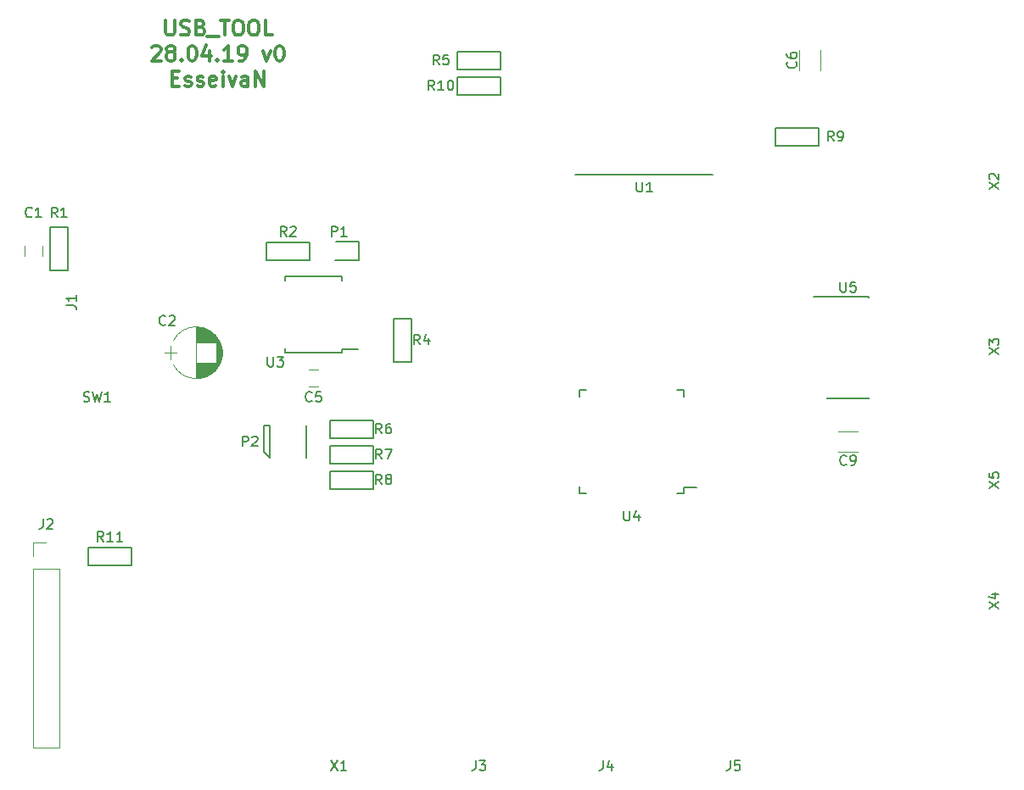
<source format=gbr>
G04 #@! TF.GenerationSoftware,KiCad,Pcbnew,(5.1.0)-1*
G04 #@! TF.CreationDate,2019-04-28T18:34:04+02:00*
G04 #@! TF.ProjectId,USB_Tool,5553425f-546f-46f6-9c2e-6b696361645f,0*
G04 #@! TF.SameCoordinates,Original*
G04 #@! TF.FileFunction,Legend,Top*
G04 #@! TF.FilePolarity,Positive*
%FSLAX46Y46*%
G04 Gerber Fmt 4.6, Leading zero omitted, Abs format (unit mm)*
G04 Created by KiCad (PCBNEW (5.1.0)-1) date 2019-04-28 18:34:04*
%MOMM*%
%LPD*%
G04 APERTURE LIST*
%ADD10C,0.300000*%
%ADD11C,0.150000*%
%ADD12C,0.120000*%
%ADD13C,0.304800*%
G04 APERTURE END LIST*
D10*
X71870714Y-42673571D02*
X71870714Y-43887857D01*
X71942142Y-44030714D01*
X72013571Y-44102142D01*
X72156428Y-44173571D01*
X72442142Y-44173571D01*
X72585000Y-44102142D01*
X72656428Y-44030714D01*
X72727857Y-43887857D01*
X72727857Y-42673571D01*
X73370714Y-44102142D02*
X73585000Y-44173571D01*
X73942142Y-44173571D01*
X74085000Y-44102142D01*
X74156428Y-44030714D01*
X74227857Y-43887857D01*
X74227857Y-43745000D01*
X74156428Y-43602142D01*
X74085000Y-43530714D01*
X73942142Y-43459285D01*
X73656428Y-43387857D01*
X73513571Y-43316428D01*
X73442142Y-43245000D01*
X73370714Y-43102142D01*
X73370714Y-42959285D01*
X73442142Y-42816428D01*
X73513571Y-42745000D01*
X73656428Y-42673571D01*
X74013571Y-42673571D01*
X74227857Y-42745000D01*
X75370714Y-43387857D02*
X75585000Y-43459285D01*
X75656428Y-43530714D01*
X75727857Y-43673571D01*
X75727857Y-43887857D01*
X75656428Y-44030714D01*
X75585000Y-44102142D01*
X75442142Y-44173571D01*
X74870714Y-44173571D01*
X74870714Y-42673571D01*
X75370714Y-42673571D01*
X75513571Y-42745000D01*
X75585000Y-42816428D01*
X75656428Y-42959285D01*
X75656428Y-43102142D01*
X75585000Y-43245000D01*
X75513571Y-43316428D01*
X75370714Y-43387857D01*
X74870714Y-43387857D01*
X76013571Y-44316428D02*
X77156428Y-44316428D01*
X77299285Y-42673571D02*
X78156428Y-42673571D01*
X77727857Y-44173571D02*
X77727857Y-42673571D01*
X78942142Y-42673571D02*
X79227857Y-42673571D01*
X79370714Y-42745000D01*
X79513571Y-42887857D01*
X79585000Y-43173571D01*
X79585000Y-43673571D01*
X79513571Y-43959285D01*
X79370714Y-44102142D01*
X79227857Y-44173571D01*
X78942142Y-44173571D01*
X78799285Y-44102142D01*
X78656428Y-43959285D01*
X78585000Y-43673571D01*
X78585000Y-43173571D01*
X78656428Y-42887857D01*
X78799285Y-42745000D01*
X78942142Y-42673571D01*
X80513571Y-42673571D02*
X80799285Y-42673571D01*
X80942142Y-42745000D01*
X81085000Y-42887857D01*
X81156428Y-43173571D01*
X81156428Y-43673571D01*
X81085000Y-43959285D01*
X80942142Y-44102142D01*
X80799285Y-44173571D01*
X80513571Y-44173571D01*
X80370714Y-44102142D01*
X80227857Y-43959285D01*
X80156428Y-43673571D01*
X80156428Y-43173571D01*
X80227857Y-42887857D01*
X80370714Y-42745000D01*
X80513571Y-42673571D01*
X82513571Y-44173571D02*
X81799285Y-44173571D01*
X81799285Y-42673571D01*
X70513571Y-45366428D02*
X70585000Y-45295000D01*
X70727857Y-45223571D01*
X71085000Y-45223571D01*
X71227857Y-45295000D01*
X71299285Y-45366428D01*
X71370714Y-45509285D01*
X71370714Y-45652142D01*
X71299285Y-45866428D01*
X70442142Y-46723571D01*
X71370714Y-46723571D01*
X72227857Y-45866428D02*
X72085000Y-45795000D01*
X72013571Y-45723571D01*
X71942142Y-45580714D01*
X71942142Y-45509285D01*
X72013571Y-45366428D01*
X72085000Y-45295000D01*
X72227857Y-45223571D01*
X72513571Y-45223571D01*
X72656428Y-45295000D01*
X72727857Y-45366428D01*
X72799285Y-45509285D01*
X72799285Y-45580714D01*
X72727857Y-45723571D01*
X72656428Y-45795000D01*
X72513571Y-45866428D01*
X72227857Y-45866428D01*
X72085000Y-45937857D01*
X72013571Y-46009285D01*
X71942142Y-46152142D01*
X71942142Y-46437857D01*
X72013571Y-46580714D01*
X72085000Y-46652142D01*
X72227857Y-46723571D01*
X72513571Y-46723571D01*
X72656428Y-46652142D01*
X72727857Y-46580714D01*
X72799285Y-46437857D01*
X72799285Y-46152142D01*
X72727857Y-46009285D01*
X72656428Y-45937857D01*
X72513571Y-45866428D01*
X73442142Y-46580714D02*
X73513571Y-46652142D01*
X73442142Y-46723571D01*
X73370714Y-46652142D01*
X73442142Y-46580714D01*
X73442142Y-46723571D01*
X74442142Y-45223571D02*
X74585000Y-45223571D01*
X74727857Y-45295000D01*
X74799285Y-45366428D01*
X74870714Y-45509285D01*
X74942142Y-45795000D01*
X74942142Y-46152142D01*
X74870714Y-46437857D01*
X74799285Y-46580714D01*
X74727857Y-46652142D01*
X74585000Y-46723571D01*
X74442142Y-46723571D01*
X74299285Y-46652142D01*
X74227857Y-46580714D01*
X74156428Y-46437857D01*
X74085000Y-46152142D01*
X74085000Y-45795000D01*
X74156428Y-45509285D01*
X74227857Y-45366428D01*
X74299285Y-45295000D01*
X74442142Y-45223571D01*
X76227857Y-45723571D02*
X76227857Y-46723571D01*
X75870714Y-45152142D02*
X75513571Y-46223571D01*
X76442142Y-46223571D01*
X77013571Y-46580714D02*
X77085000Y-46652142D01*
X77013571Y-46723571D01*
X76942142Y-46652142D01*
X77013571Y-46580714D01*
X77013571Y-46723571D01*
X78513571Y-46723571D02*
X77656428Y-46723571D01*
X78085000Y-46723571D02*
X78085000Y-45223571D01*
X77942142Y-45437857D01*
X77799285Y-45580714D01*
X77656428Y-45652142D01*
X79227857Y-46723571D02*
X79513571Y-46723571D01*
X79656428Y-46652142D01*
X79727857Y-46580714D01*
X79870714Y-46366428D01*
X79942142Y-46080714D01*
X79942142Y-45509285D01*
X79870714Y-45366428D01*
X79799285Y-45295000D01*
X79656428Y-45223571D01*
X79370714Y-45223571D01*
X79227857Y-45295000D01*
X79156428Y-45366428D01*
X79085000Y-45509285D01*
X79085000Y-45866428D01*
X79156428Y-46009285D01*
X79227857Y-46080714D01*
X79370714Y-46152142D01*
X79656428Y-46152142D01*
X79799285Y-46080714D01*
X79870714Y-46009285D01*
X79942142Y-45866428D01*
X81585000Y-45723571D02*
X81942142Y-46723571D01*
X82299285Y-45723571D01*
X83156428Y-45223571D02*
X83299285Y-45223571D01*
X83442142Y-45295000D01*
X83513571Y-45366428D01*
X83585000Y-45509285D01*
X83656428Y-45795000D01*
X83656428Y-46152142D01*
X83585000Y-46437857D01*
X83513571Y-46580714D01*
X83442142Y-46652142D01*
X83299285Y-46723571D01*
X83156428Y-46723571D01*
X83013571Y-46652142D01*
X82942142Y-46580714D01*
X82870714Y-46437857D01*
X82799285Y-46152142D01*
X82799285Y-45795000D01*
X82870714Y-45509285D01*
X82942142Y-45366428D01*
X83013571Y-45295000D01*
X83156428Y-45223571D01*
X72513571Y-48487857D02*
X73013571Y-48487857D01*
X73227857Y-49273571D02*
X72513571Y-49273571D01*
X72513571Y-47773571D01*
X73227857Y-47773571D01*
X73799285Y-49202142D02*
X73942142Y-49273571D01*
X74227857Y-49273571D01*
X74370714Y-49202142D01*
X74442142Y-49059285D01*
X74442142Y-48987857D01*
X74370714Y-48845000D01*
X74227857Y-48773571D01*
X74013571Y-48773571D01*
X73870714Y-48702142D01*
X73799285Y-48559285D01*
X73799285Y-48487857D01*
X73870714Y-48345000D01*
X74013571Y-48273571D01*
X74227857Y-48273571D01*
X74370714Y-48345000D01*
X75013571Y-49202142D02*
X75156428Y-49273571D01*
X75442142Y-49273571D01*
X75585000Y-49202142D01*
X75656428Y-49059285D01*
X75656428Y-48987857D01*
X75585000Y-48845000D01*
X75442142Y-48773571D01*
X75227857Y-48773571D01*
X75085000Y-48702142D01*
X75013571Y-48559285D01*
X75013571Y-48487857D01*
X75085000Y-48345000D01*
X75227857Y-48273571D01*
X75442142Y-48273571D01*
X75585000Y-48345000D01*
X76870714Y-49202142D02*
X76727857Y-49273571D01*
X76442142Y-49273571D01*
X76299285Y-49202142D01*
X76227857Y-49059285D01*
X76227857Y-48487857D01*
X76299285Y-48345000D01*
X76442142Y-48273571D01*
X76727857Y-48273571D01*
X76870714Y-48345000D01*
X76942142Y-48487857D01*
X76942142Y-48630714D01*
X76227857Y-48773571D01*
X77585000Y-49273571D02*
X77585000Y-48273571D01*
X77585000Y-47773571D02*
X77513571Y-47845000D01*
X77585000Y-47916428D01*
X77656428Y-47845000D01*
X77585000Y-47773571D01*
X77585000Y-47916428D01*
X78156428Y-48273571D02*
X78513571Y-49273571D01*
X78870714Y-48273571D01*
X80085000Y-49273571D02*
X80085000Y-48487857D01*
X80013571Y-48345000D01*
X79870714Y-48273571D01*
X79585000Y-48273571D01*
X79442142Y-48345000D01*
X80085000Y-49202142D02*
X79942142Y-49273571D01*
X79585000Y-49273571D01*
X79442142Y-49202142D01*
X79370714Y-49059285D01*
X79370714Y-48916428D01*
X79442142Y-48773571D01*
X79585000Y-48702142D01*
X79942142Y-48702142D01*
X80085000Y-48630714D01*
X80799285Y-49273571D02*
X80799285Y-47773571D01*
X81656428Y-49273571D01*
X81656428Y-47773571D01*
D11*
X89485000Y-75555000D02*
X91085000Y-75555000D01*
X89485000Y-68255000D02*
X83735000Y-68255000D01*
X89485000Y-75905000D02*
X83735000Y-75905000D01*
X89485000Y-68255000D02*
X89485000Y-68705000D01*
X83735000Y-68255000D02*
X83735000Y-68705000D01*
X83735000Y-75905000D02*
X83735000Y-75455000D01*
X89485000Y-75905000D02*
X89485000Y-75555000D01*
D12*
X57820000Y-65250000D02*
X57820000Y-66250000D01*
X59520000Y-66250000D02*
X59520000Y-65250000D01*
X77215722Y-74710277D02*
G75*
G03X72604420Y-74710000I-2305722J-1179723D01*
G01*
X77215722Y-77069723D02*
G75*
G02X72604420Y-77070000I-2305722J1179723D01*
G01*
X77215722Y-77069723D02*
G75*
G03X77215580Y-74710000I-2305722J1179723D01*
G01*
X74910000Y-73340000D02*
X74910000Y-78440000D01*
X74950000Y-73340000D02*
X74950000Y-74910000D01*
X74950000Y-76870000D02*
X74950000Y-78440000D01*
X74990000Y-73341000D02*
X74990000Y-74910000D01*
X74990000Y-76870000D02*
X74990000Y-78439000D01*
X75030000Y-73342000D02*
X75030000Y-74910000D01*
X75030000Y-76870000D02*
X75030000Y-78438000D01*
X75070000Y-73344000D02*
X75070000Y-74910000D01*
X75070000Y-76870000D02*
X75070000Y-78436000D01*
X75110000Y-73347000D02*
X75110000Y-74910000D01*
X75110000Y-76870000D02*
X75110000Y-78433000D01*
X75150000Y-73351000D02*
X75150000Y-74910000D01*
X75150000Y-76870000D02*
X75150000Y-78429000D01*
X75190000Y-73355000D02*
X75190000Y-74910000D01*
X75190000Y-76870000D02*
X75190000Y-78425000D01*
X75230000Y-73359000D02*
X75230000Y-74910000D01*
X75230000Y-76870000D02*
X75230000Y-78421000D01*
X75270000Y-73365000D02*
X75270000Y-74910000D01*
X75270000Y-76870000D02*
X75270000Y-78415000D01*
X75310000Y-73371000D02*
X75310000Y-74910000D01*
X75310000Y-76870000D02*
X75310000Y-78409000D01*
X75350000Y-73377000D02*
X75350000Y-74910000D01*
X75350000Y-76870000D02*
X75350000Y-78403000D01*
X75390000Y-73384000D02*
X75390000Y-74910000D01*
X75390000Y-76870000D02*
X75390000Y-78396000D01*
X75430000Y-73392000D02*
X75430000Y-74910000D01*
X75430000Y-76870000D02*
X75430000Y-78388000D01*
X75470000Y-73401000D02*
X75470000Y-74910000D01*
X75470000Y-76870000D02*
X75470000Y-78379000D01*
X75510000Y-73410000D02*
X75510000Y-74910000D01*
X75510000Y-76870000D02*
X75510000Y-78370000D01*
X75550000Y-73420000D02*
X75550000Y-74910000D01*
X75550000Y-76870000D02*
X75550000Y-78360000D01*
X75590000Y-73430000D02*
X75590000Y-74910000D01*
X75590000Y-76870000D02*
X75590000Y-78350000D01*
X75631000Y-73442000D02*
X75631000Y-74910000D01*
X75631000Y-76870000D02*
X75631000Y-78338000D01*
X75671000Y-73454000D02*
X75671000Y-74910000D01*
X75671000Y-76870000D02*
X75671000Y-78326000D01*
X75711000Y-73466000D02*
X75711000Y-74910000D01*
X75711000Y-76870000D02*
X75711000Y-78314000D01*
X75751000Y-73480000D02*
X75751000Y-74910000D01*
X75751000Y-76870000D02*
X75751000Y-78300000D01*
X75791000Y-73494000D02*
X75791000Y-74910000D01*
X75791000Y-76870000D02*
X75791000Y-78286000D01*
X75831000Y-73508000D02*
X75831000Y-74910000D01*
X75831000Y-76870000D02*
X75831000Y-78272000D01*
X75871000Y-73524000D02*
X75871000Y-74910000D01*
X75871000Y-76870000D02*
X75871000Y-78256000D01*
X75911000Y-73540000D02*
X75911000Y-74910000D01*
X75911000Y-76870000D02*
X75911000Y-78240000D01*
X75951000Y-73557000D02*
X75951000Y-74910000D01*
X75951000Y-76870000D02*
X75951000Y-78223000D01*
X75991000Y-73575000D02*
X75991000Y-74910000D01*
X75991000Y-76870000D02*
X75991000Y-78205000D01*
X76031000Y-73594000D02*
X76031000Y-74910000D01*
X76031000Y-76870000D02*
X76031000Y-78186000D01*
X76071000Y-73614000D02*
X76071000Y-74910000D01*
X76071000Y-76870000D02*
X76071000Y-78166000D01*
X76111000Y-73634000D02*
X76111000Y-74910000D01*
X76111000Y-76870000D02*
X76111000Y-78146000D01*
X76151000Y-73656000D02*
X76151000Y-74910000D01*
X76151000Y-76870000D02*
X76151000Y-78124000D01*
X76191000Y-73678000D02*
X76191000Y-74910000D01*
X76191000Y-76870000D02*
X76191000Y-78102000D01*
X76231000Y-73701000D02*
X76231000Y-74910000D01*
X76231000Y-76870000D02*
X76231000Y-78079000D01*
X76271000Y-73725000D02*
X76271000Y-74910000D01*
X76271000Y-76870000D02*
X76271000Y-78055000D01*
X76311000Y-73750000D02*
X76311000Y-74910000D01*
X76311000Y-76870000D02*
X76311000Y-78030000D01*
X76351000Y-73777000D02*
X76351000Y-74910000D01*
X76351000Y-76870000D02*
X76351000Y-78003000D01*
X76391000Y-73804000D02*
X76391000Y-74910000D01*
X76391000Y-76870000D02*
X76391000Y-77976000D01*
X76431000Y-73832000D02*
X76431000Y-74910000D01*
X76431000Y-76870000D02*
X76431000Y-77948000D01*
X76471000Y-73862000D02*
X76471000Y-74910000D01*
X76471000Y-76870000D02*
X76471000Y-77918000D01*
X76511000Y-73893000D02*
X76511000Y-74910000D01*
X76511000Y-76870000D02*
X76511000Y-77887000D01*
X76551000Y-73925000D02*
X76551000Y-74910000D01*
X76551000Y-76870000D02*
X76551000Y-77855000D01*
X76591000Y-73958000D02*
X76591000Y-74910000D01*
X76591000Y-76870000D02*
X76591000Y-77822000D01*
X76631000Y-73993000D02*
X76631000Y-74910000D01*
X76631000Y-76870000D02*
X76631000Y-77787000D01*
X76671000Y-74029000D02*
X76671000Y-74910000D01*
X76671000Y-76870000D02*
X76671000Y-77751000D01*
X76711000Y-74067000D02*
X76711000Y-74910000D01*
X76711000Y-76870000D02*
X76711000Y-77713000D01*
X76751000Y-74107000D02*
X76751000Y-74910000D01*
X76751000Y-76870000D02*
X76751000Y-77673000D01*
X76791000Y-74148000D02*
X76791000Y-74910000D01*
X76791000Y-76870000D02*
X76791000Y-77632000D01*
X76831000Y-74191000D02*
X76831000Y-74910000D01*
X76831000Y-76870000D02*
X76831000Y-77589000D01*
X76871000Y-74236000D02*
X76871000Y-74910000D01*
X76871000Y-76870000D02*
X76871000Y-77544000D01*
X76911000Y-74284000D02*
X76911000Y-77496000D01*
X76951000Y-74334000D02*
X76951000Y-77446000D01*
X76991000Y-74386000D02*
X76991000Y-77394000D01*
X77031000Y-74442000D02*
X77031000Y-77338000D01*
X77071000Y-74500000D02*
X77071000Y-77280000D01*
X77111000Y-74563000D02*
X77111000Y-77217000D01*
X77151000Y-74629000D02*
X77151000Y-77151000D01*
X77191000Y-74701000D02*
X77191000Y-77079000D01*
X77231000Y-74778000D02*
X77231000Y-77002000D01*
X77271000Y-74862000D02*
X77271000Y-76918000D01*
X77311000Y-74956000D02*
X77311000Y-76824000D01*
X77351000Y-75061000D02*
X77351000Y-76719000D01*
X77391000Y-75183000D02*
X77391000Y-76597000D01*
X77431000Y-75331000D02*
X77431000Y-76449000D01*
X77471000Y-75536000D02*
X77471000Y-76244000D01*
X71710000Y-75890000D02*
X72910000Y-75890000D01*
X72310000Y-75240000D02*
X72310000Y-76540000D01*
X87110000Y-77580000D02*
X86110000Y-77580000D01*
X86110000Y-79280000D02*
X87110000Y-79280000D01*
X135120000Y-45680000D02*
X135120000Y-47680000D01*
X137160000Y-47680000D02*
X137160000Y-45680000D01*
X138950000Y-85800000D02*
X140950000Y-85800000D01*
X140950000Y-83760000D02*
X138950000Y-83760000D01*
D11*
X91150000Y-66630000D02*
X91150000Y-64830000D01*
X89250000Y-64830000D02*
X89200000Y-64830000D01*
X91150000Y-64830000D02*
X88850000Y-64830000D01*
X91150000Y-66630000D02*
X88800000Y-66630000D01*
X82270000Y-86380000D02*
X82270000Y-83180000D01*
X85870000Y-83180000D02*
X85870000Y-86380000D01*
X81670000Y-85780000D02*
X82270000Y-86380000D01*
X81670000Y-85780000D02*
X81670000Y-83180000D01*
X81670000Y-83180000D02*
X82270000Y-83180000D01*
X60321000Y-63351000D02*
X60321000Y-67669000D01*
X60321000Y-67669000D02*
X62099000Y-67669000D01*
X62099000Y-67669000D02*
X62099000Y-63351000D01*
X62099000Y-63351000D02*
X60321000Y-63351000D01*
X86229000Y-66619000D02*
X86229000Y-64841000D01*
X81911000Y-66619000D02*
X86229000Y-66619000D01*
X81911000Y-64841000D02*
X81911000Y-66619000D01*
X86229000Y-64841000D02*
X81911000Y-64841000D01*
X96389000Y-76779000D02*
X96389000Y-72461000D01*
X96389000Y-72461000D02*
X94611000Y-72461000D01*
X94611000Y-72461000D02*
X94611000Y-76779000D01*
X94611000Y-76779000D02*
X96389000Y-76779000D01*
X100961000Y-45791000D02*
X100961000Y-47569000D01*
X105279000Y-45791000D02*
X100961000Y-45791000D01*
X105279000Y-47569000D02*
X105279000Y-45791000D01*
X100961000Y-47569000D02*
X105279000Y-47569000D01*
X92579000Y-82621000D02*
X88261000Y-82621000D01*
X88261000Y-82621000D02*
X88261000Y-84399000D01*
X88261000Y-84399000D02*
X92579000Y-84399000D01*
X92579000Y-84399000D02*
X92579000Y-82621000D01*
X92579000Y-85161000D02*
X88261000Y-85161000D01*
X88261000Y-85161000D02*
X88261000Y-86939000D01*
X88261000Y-86939000D02*
X92579000Y-86939000D01*
X92579000Y-86939000D02*
X92579000Y-85161000D01*
X92579000Y-89479000D02*
X92579000Y-87701000D01*
X88261000Y-89479000D02*
X92579000Y-89479000D01*
X88261000Y-87701000D02*
X88261000Y-89479000D01*
X92579000Y-87701000D02*
X88261000Y-87701000D01*
X137029000Y-53411000D02*
X132711000Y-53411000D01*
X132711000Y-53411000D02*
X132711000Y-55189000D01*
X132711000Y-55189000D02*
X137029000Y-55189000D01*
X137029000Y-55189000D02*
X137029000Y-53411000D01*
X100961000Y-48331000D02*
X100961000Y-50109000D01*
X105279000Y-48331000D02*
X100961000Y-48331000D01*
X105279000Y-50109000D02*
X105279000Y-48331000D01*
X100961000Y-50109000D02*
X105279000Y-50109000D01*
X64131000Y-97099000D02*
X68449000Y-97099000D01*
X68449000Y-97099000D02*
X68449000Y-95321000D01*
X68449000Y-95321000D02*
X64131000Y-95321000D01*
X64131000Y-95321000D02*
X64131000Y-97099000D01*
X126488000Y-58110000D02*
X112772000Y-58110000D01*
X123535000Y-89380000D02*
X124810000Y-89380000D01*
X113185000Y-89955000D02*
X113860000Y-89955000D01*
X113185000Y-79605000D02*
X113860000Y-79605000D01*
X123535000Y-79605000D02*
X122860000Y-79605000D01*
X123535000Y-89955000D02*
X122860000Y-89955000D01*
X123535000Y-79605000D02*
X123535000Y-80280000D01*
X113185000Y-79605000D02*
X113185000Y-80280000D01*
X113185000Y-89955000D02*
X113185000Y-89280000D01*
X123535000Y-89955000D02*
X123535000Y-89380000D01*
X137875000Y-70332000D02*
X136500000Y-70332000D01*
X137875000Y-80457000D02*
X142025000Y-80457000D01*
X137875000Y-70307000D02*
X142025000Y-70307000D01*
X137875000Y-80457000D02*
X137875000Y-80352000D01*
X142025000Y-80457000D02*
X142025000Y-80352000D01*
X142025000Y-70307000D02*
X142025000Y-70412000D01*
X137875000Y-70307000D02*
X137875000Y-70332000D01*
D12*
X58610000Y-94880000D02*
X59940000Y-94880000D01*
X58610000Y-96210000D02*
X58610000Y-94880000D01*
X58610000Y-97480000D02*
X61270000Y-97480000D01*
X61270000Y-97480000D02*
X61270000Y-115320000D01*
X58610000Y-97480000D02*
X58610000Y-115320000D01*
X58610000Y-115320000D02*
X61270000Y-115320000D01*
D13*
D11*
X82038095Y-76282380D02*
X82038095Y-77091904D01*
X82085714Y-77187142D01*
X82133333Y-77234761D01*
X82228571Y-77282380D01*
X82419047Y-77282380D01*
X82514285Y-77234761D01*
X82561904Y-77187142D01*
X82609523Y-77091904D01*
X82609523Y-76282380D01*
X82990476Y-76282380D02*
X83609523Y-76282380D01*
X83276190Y-76663333D01*
X83419047Y-76663333D01*
X83514285Y-76710952D01*
X83561904Y-76758571D01*
X83609523Y-76853809D01*
X83609523Y-77091904D01*
X83561904Y-77187142D01*
X83514285Y-77234761D01*
X83419047Y-77282380D01*
X83133333Y-77282380D01*
X83038095Y-77234761D01*
X82990476Y-77187142D01*
X61932380Y-71143333D02*
X62646666Y-71143333D01*
X62789523Y-71190952D01*
X62884761Y-71286190D01*
X62932380Y-71429047D01*
X62932380Y-71524285D01*
X62932380Y-70143333D02*
X62932380Y-70714761D01*
X62932380Y-70429047D02*
X61932380Y-70429047D01*
X62075238Y-70524285D01*
X62170476Y-70619523D01*
X62218095Y-70714761D01*
X58503333Y-62277142D02*
X58455714Y-62324761D01*
X58312857Y-62372380D01*
X58217619Y-62372380D01*
X58074761Y-62324761D01*
X57979523Y-62229523D01*
X57931904Y-62134285D01*
X57884285Y-61943809D01*
X57884285Y-61800952D01*
X57931904Y-61610476D01*
X57979523Y-61515238D01*
X58074761Y-61420000D01*
X58217619Y-61372380D01*
X58312857Y-61372380D01*
X58455714Y-61420000D01*
X58503333Y-61467619D01*
X59455714Y-62372380D02*
X58884285Y-62372380D01*
X59170000Y-62372380D02*
X59170000Y-61372380D01*
X59074761Y-61515238D01*
X58979523Y-61610476D01*
X58884285Y-61658095D01*
X71838333Y-73072142D02*
X71790714Y-73119761D01*
X71647857Y-73167380D01*
X71552619Y-73167380D01*
X71409761Y-73119761D01*
X71314523Y-73024523D01*
X71266904Y-72929285D01*
X71219285Y-72738809D01*
X71219285Y-72595952D01*
X71266904Y-72405476D01*
X71314523Y-72310238D01*
X71409761Y-72215000D01*
X71552619Y-72167380D01*
X71647857Y-72167380D01*
X71790714Y-72215000D01*
X71838333Y-72262619D01*
X72219285Y-72262619D02*
X72266904Y-72215000D01*
X72362142Y-72167380D01*
X72600238Y-72167380D01*
X72695476Y-72215000D01*
X72743095Y-72262619D01*
X72790714Y-72357857D01*
X72790714Y-72453095D01*
X72743095Y-72595952D01*
X72171666Y-73167380D01*
X72790714Y-73167380D01*
X86443333Y-80692142D02*
X86395714Y-80739761D01*
X86252857Y-80787380D01*
X86157619Y-80787380D01*
X86014761Y-80739761D01*
X85919523Y-80644523D01*
X85871904Y-80549285D01*
X85824285Y-80358809D01*
X85824285Y-80215952D01*
X85871904Y-80025476D01*
X85919523Y-79930238D01*
X86014761Y-79835000D01*
X86157619Y-79787380D01*
X86252857Y-79787380D01*
X86395714Y-79835000D01*
X86443333Y-79882619D01*
X87348095Y-79787380D02*
X86871904Y-79787380D01*
X86824285Y-80263571D01*
X86871904Y-80215952D01*
X86967142Y-80168333D01*
X87205238Y-80168333D01*
X87300476Y-80215952D01*
X87348095Y-80263571D01*
X87395714Y-80358809D01*
X87395714Y-80596904D01*
X87348095Y-80692142D01*
X87300476Y-80739761D01*
X87205238Y-80787380D01*
X86967142Y-80787380D01*
X86871904Y-80739761D01*
X86824285Y-80692142D01*
X134747142Y-46846666D02*
X134794761Y-46894285D01*
X134842380Y-47037142D01*
X134842380Y-47132380D01*
X134794761Y-47275238D01*
X134699523Y-47370476D01*
X134604285Y-47418095D01*
X134413809Y-47465714D01*
X134270952Y-47465714D01*
X134080476Y-47418095D01*
X133985238Y-47370476D01*
X133890000Y-47275238D01*
X133842380Y-47132380D01*
X133842380Y-47037142D01*
X133890000Y-46894285D01*
X133937619Y-46846666D01*
X133842380Y-45989523D02*
X133842380Y-46180000D01*
X133890000Y-46275238D01*
X133937619Y-46322857D01*
X134080476Y-46418095D01*
X134270952Y-46465714D01*
X134651904Y-46465714D01*
X134747142Y-46418095D01*
X134794761Y-46370476D01*
X134842380Y-46275238D01*
X134842380Y-46084761D01*
X134794761Y-45989523D01*
X134747142Y-45941904D01*
X134651904Y-45894285D01*
X134413809Y-45894285D01*
X134318571Y-45941904D01*
X134270952Y-45989523D01*
X134223333Y-46084761D01*
X134223333Y-46275238D01*
X134270952Y-46370476D01*
X134318571Y-46418095D01*
X134413809Y-46465714D01*
X139783333Y-87042142D02*
X139735714Y-87089761D01*
X139592857Y-87137380D01*
X139497619Y-87137380D01*
X139354761Y-87089761D01*
X139259523Y-86994523D01*
X139211904Y-86899285D01*
X139164285Y-86708809D01*
X139164285Y-86565952D01*
X139211904Y-86375476D01*
X139259523Y-86280238D01*
X139354761Y-86185000D01*
X139497619Y-86137380D01*
X139592857Y-86137380D01*
X139735714Y-86185000D01*
X139783333Y-86232619D01*
X140259523Y-87137380D02*
X140450000Y-87137380D01*
X140545238Y-87089761D01*
X140592857Y-87042142D01*
X140688095Y-86899285D01*
X140735714Y-86708809D01*
X140735714Y-86327857D01*
X140688095Y-86232619D01*
X140640476Y-86185000D01*
X140545238Y-86137380D01*
X140354761Y-86137380D01*
X140259523Y-86185000D01*
X140211904Y-86232619D01*
X140164285Y-86327857D01*
X140164285Y-86565952D01*
X140211904Y-86661190D01*
X140259523Y-86708809D01*
X140354761Y-86756428D01*
X140545238Y-86756428D01*
X140640476Y-86708809D01*
X140688095Y-86661190D01*
X140735714Y-86565952D01*
X102786666Y-116617380D02*
X102786666Y-117331666D01*
X102739047Y-117474523D01*
X102643809Y-117569761D01*
X102500952Y-117617380D01*
X102405714Y-117617380D01*
X103167619Y-116617380D02*
X103786666Y-116617380D01*
X103453333Y-116998333D01*
X103596190Y-116998333D01*
X103691428Y-117045952D01*
X103739047Y-117093571D01*
X103786666Y-117188809D01*
X103786666Y-117426904D01*
X103739047Y-117522142D01*
X103691428Y-117569761D01*
X103596190Y-117617380D01*
X103310476Y-117617380D01*
X103215238Y-117569761D01*
X103167619Y-117522142D01*
X115486666Y-116617380D02*
X115486666Y-117331666D01*
X115439047Y-117474523D01*
X115343809Y-117569761D01*
X115200952Y-117617380D01*
X115105714Y-117617380D01*
X116391428Y-116950714D02*
X116391428Y-117617380D01*
X116153333Y-116569761D02*
X115915238Y-117284047D01*
X116534285Y-117284047D01*
X128186666Y-116617380D02*
X128186666Y-117331666D01*
X128139047Y-117474523D01*
X128043809Y-117569761D01*
X127900952Y-117617380D01*
X127805714Y-117617380D01*
X129139047Y-116617380D02*
X128662857Y-116617380D01*
X128615238Y-117093571D01*
X128662857Y-117045952D01*
X128758095Y-116998333D01*
X128996190Y-116998333D01*
X129091428Y-117045952D01*
X129139047Y-117093571D01*
X129186666Y-117188809D01*
X129186666Y-117426904D01*
X129139047Y-117522142D01*
X129091428Y-117569761D01*
X128996190Y-117617380D01*
X128758095Y-117617380D01*
X128662857Y-117569761D01*
X128615238Y-117522142D01*
X88411904Y-64277380D02*
X88411904Y-63277380D01*
X88792857Y-63277380D01*
X88888095Y-63325000D01*
X88935714Y-63372619D01*
X88983333Y-63467857D01*
X88983333Y-63610714D01*
X88935714Y-63705952D01*
X88888095Y-63753571D01*
X88792857Y-63801190D01*
X88411904Y-63801190D01*
X89935714Y-64277380D02*
X89364285Y-64277380D01*
X89650000Y-64277380D02*
X89650000Y-63277380D01*
X89554761Y-63420238D01*
X89459523Y-63515476D01*
X89364285Y-63563095D01*
X79521904Y-85232380D02*
X79521904Y-84232380D01*
X79902857Y-84232380D01*
X79998095Y-84280000D01*
X80045714Y-84327619D01*
X80093333Y-84422857D01*
X80093333Y-84565714D01*
X80045714Y-84660952D01*
X79998095Y-84708571D01*
X79902857Y-84756190D01*
X79521904Y-84756190D01*
X80474285Y-84327619D02*
X80521904Y-84280000D01*
X80617142Y-84232380D01*
X80855238Y-84232380D01*
X80950476Y-84280000D01*
X80998095Y-84327619D01*
X81045714Y-84422857D01*
X81045714Y-84518095D01*
X80998095Y-84660952D01*
X80426666Y-85232380D01*
X81045714Y-85232380D01*
X61043333Y-62372380D02*
X60710000Y-61896190D01*
X60471904Y-62372380D02*
X60471904Y-61372380D01*
X60852857Y-61372380D01*
X60948095Y-61420000D01*
X60995714Y-61467619D01*
X61043333Y-61562857D01*
X61043333Y-61705714D01*
X60995714Y-61800952D01*
X60948095Y-61848571D01*
X60852857Y-61896190D01*
X60471904Y-61896190D01*
X61995714Y-62372380D02*
X61424285Y-62372380D01*
X61710000Y-62372380D02*
X61710000Y-61372380D01*
X61614761Y-61515238D01*
X61519523Y-61610476D01*
X61424285Y-61658095D01*
X83903333Y-64277380D02*
X83570000Y-63801190D01*
X83331904Y-64277380D02*
X83331904Y-63277380D01*
X83712857Y-63277380D01*
X83808095Y-63325000D01*
X83855714Y-63372619D01*
X83903333Y-63467857D01*
X83903333Y-63610714D01*
X83855714Y-63705952D01*
X83808095Y-63753571D01*
X83712857Y-63801190D01*
X83331904Y-63801190D01*
X84284285Y-63372619D02*
X84331904Y-63325000D01*
X84427142Y-63277380D01*
X84665238Y-63277380D01*
X84760476Y-63325000D01*
X84808095Y-63372619D01*
X84855714Y-63467857D01*
X84855714Y-63563095D01*
X84808095Y-63705952D01*
X84236666Y-64277380D01*
X84855714Y-64277380D01*
X97238333Y-75072380D02*
X96905000Y-74596190D01*
X96666904Y-75072380D02*
X96666904Y-74072380D01*
X97047857Y-74072380D01*
X97143095Y-74120000D01*
X97190714Y-74167619D01*
X97238333Y-74262857D01*
X97238333Y-74405714D01*
X97190714Y-74500952D01*
X97143095Y-74548571D01*
X97047857Y-74596190D01*
X96666904Y-74596190D01*
X98095476Y-74405714D02*
X98095476Y-75072380D01*
X97857380Y-74024761D02*
X97619285Y-74739047D01*
X98238333Y-74739047D01*
X99143333Y-47132380D02*
X98810000Y-46656190D01*
X98571904Y-47132380D02*
X98571904Y-46132380D01*
X98952857Y-46132380D01*
X99048095Y-46180000D01*
X99095714Y-46227619D01*
X99143333Y-46322857D01*
X99143333Y-46465714D01*
X99095714Y-46560952D01*
X99048095Y-46608571D01*
X98952857Y-46656190D01*
X98571904Y-46656190D01*
X100048095Y-46132380D02*
X99571904Y-46132380D01*
X99524285Y-46608571D01*
X99571904Y-46560952D01*
X99667142Y-46513333D01*
X99905238Y-46513333D01*
X100000476Y-46560952D01*
X100048095Y-46608571D01*
X100095714Y-46703809D01*
X100095714Y-46941904D01*
X100048095Y-47037142D01*
X100000476Y-47084761D01*
X99905238Y-47132380D01*
X99667142Y-47132380D01*
X99571904Y-47084761D01*
X99524285Y-47037142D01*
X93428333Y-83962380D02*
X93095000Y-83486190D01*
X92856904Y-83962380D02*
X92856904Y-82962380D01*
X93237857Y-82962380D01*
X93333095Y-83010000D01*
X93380714Y-83057619D01*
X93428333Y-83152857D01*
X93428333Y-83295714D01*
X93380714Y-83390952D01*
X93333095Y-83438571D01*
X93237857Y-83486190D01*
X92856904Y-83486190D01*
X94285476Y-82962380D02*
X94095000Y-82962380D01*
X93999761Y-83010000D01*
X93952142Y-83057619D01*
X93856904Y-83200476D01*
X93809285Y-83390952D01*
X93809285Y-83771904D01*
X93856904Y-83867142D01*
X93904523Y-83914761D01*
X93999761Y-83962380D01*
X94190238Y-83962380D01*
X94285476Y-83914761D01*
X94333095Y-83867142D01*
X94380714Y-83771904D01*
X94380714Y-83533809D01*
X94333095Y-83438571D01*
X94285476Y-83390952D01*
X94190238Y-83343333D01*
X93999761Y-83343333D01*
X93904523Y-83390952D01*
X93856904Y-83438571D01*
X93809285Y-83533809D01*
X93428333Y-86502380D02*
X93095000Y-86026190D01*
X92856904Y-86502380D02*
X92856904Y-85502380D01*
X93237857Y-85502380D01*
X93333095Y-85550000D01*
X93380714Y-85597619D01*
X93428333Y-85692857D01*
X93428333Y-85835714D01*
X93380714Y-85930952D01*
X93333095Y-85978571D01*
X93237857Y-86026190D01*
X92856904Y-86026190D01*
X93761666Y-85502380D02*
X94428333Y-85502380D01*
X93999761Y-86502380D01*
X93428333Y-89042380D02*
X93095000Y-88566190D01*
X92856904Y-89042380D02*
X92856904Y-88042380D01*
X93237857Y-88042380D01*
X93333095Y-88090000D01*
X93380714Y-88137619D01*
X93428333Y-88232857D01*
X93428333Y-88375714D01*
X93380714Y-88470952D01*
X93333095Y-88518571D01*
X93237857Y-88566190D01*
X92856904Y-88566190D01*
X93999761Y-88470952D02*
X93904523Y-88423333D01*
X93856904Y-88375714D01*
X93809285Y-88280476D01*
X93809285Y-88232857D01*
X93856904Y-88137619D01*
X93904523Y-88090000D01*
X93999761Y-88042380D01*
X94190238Y-88042380D01*
X94285476Y-88090000D01*
X94333095Y-88137619D01*
X94380714Y-88232857D01*
X94380714Y-88280476D01*
X94333095Y-88375714D01*
X94285476Y-88423333D01*
X94190238Y-88470952D01*
X93999761Y-88470952D01*
X93904523Y-88518571D01*
X93856904Y-88566190D01*
X93809285Y-88661428D01*
X93809285Y-88851904D01*
X93856904Y-88947142D01*
X93904523Y-88994761D01*
X93999761Y-89042380D01*
X94190238Y-89042380D01*
X94285476Y-88994761D01*
X94333095Y-88947142D01*
X94380714Y-88851904D01*
X94380714Y-88661428D01*
X94333095Y-88566190D01*
X94285476Y-88518571D01*
X94190238Y-88470952D01*
X138513333Y-54752380D02*
X138180000Y-54276190D01*
X137941904Y-54752380D02*
X137941904Y-53752380D01*
X138322857Y-53752380D01*
X138418095Y-53800000D01*
X138465714Y-53847619D01*
X138513333Y-53942857D01*
X138513333Y-54085714D01*
X138465714Y-54180952D01*
X138418095Y-54228571D01*
X138322857Y-54276190D01*
X137941904Y-54276190D01*
X138989523Y-54752380D02*
X139180000Y-54752380D01*
X139275238Y-54704761D01*
X139322857Y-54657142D01*
X139418095Y-54514285D01*
X139465714Y-54323809D01*
X139465714Y-53942857D01*
X139418095Y-53847619D01*
X139370476Y-53800000D01*
X139275238Y-53752380D01*
X139084761Y-53752380D01*
X138989523Y-53800000D01*
X138941904Y-53847619D01*
X138894285Y-53942857D01*
X138894285Y-54180952D01*
X138941904Y-54276190D01*
X138989523Y-54323809D01*
X139084761Y-54371428D01*
X139275238Y-54371428D01*
X139370476Y-54323809D01*
X139418095Y-54276190D01*
X139465714Y-54180952D01*
X98667142Y-49672380D02*
X98333809Y-49196190D01*
X98095714Y-49672380D02*
X98095714Y-48672380D01*
X98476666Y-48672380D01*
X98571904Y-48720000D01*
X98619523Y-48767619D01*
X98667142Y-48862857D01*
X98667142Y-49005714D01*
X98619523Y-49100952D01*
X98571904Y-49148571D01*
X98476666Y-49196190D01*
X98095714Y-49196190D01*
X99619523Y-49672380D02*
X99048095Y-49672380D01*
X99333809Y-49672380D02*
X99333809Y-48672380D01*
X99238571Y-48815238D01*
X99143333Y-48910476D01*
X99048095Y-48958095D01*
X100238571Y-48672380D02*
X100333809Y-48672380D01*
X100429047Y-48720000D01*
X100476666Y-48767619D01*
X100524285Y-48862857D01*
X100571904Y-49053333D01*
X100571904Y-49291428D01*
X100524285Y-49481904D01*
X100476666Y-49577142D01*
X100429047Y-49624761D01*
X100333809Y-49672380D01*
X100238571Y-49672380D01*
X100143333Y-49624761D01*
X100095714Y-49577142D01*
X100048095Y-49481904D01*
X100000476Y-49291428D01*
X100000476Y-49053333D01*
X100048095Y-48862857D01*
X100095714Y-48767619D01*
X100143333Y-48720000D01*
X100238571Y-48672380D01*
X65647142Y-94757380D02*
X65313809Y-94281190D01*
X65075714Y-94757380D02*
X65075714Y-93757380D01*
X65456666Y-93757380D01*
X65551904Y-93805000D01*
X65599523Y-93852619D01*
X65647142Y-93947857D01*
X65647142Y-94090714D01*
X65599523Y-94185952D01*
X65551904Y-94233571D01*
X65456666Y-94281190D01*
X65075714Y-94281190D01*
X66599523Y-94757380D02*
X66028095Y-94757380D01*
X66313809Y-94757380D02*
X66313809Y-93757380D01*
X66218571Y-93900238D01*
X66123333Y-93995476D01*
X66028095Y-94043095D01*
X67551904Y-94757380D02*
X66980476Y-94757380D01*
X67266190Y-94757380D02*
X67266190Y-93757380D01*
X67170952Y-93900238D01*
X67075714Y-93995476D01*
X66980476Y-94043095D01*
X63686666Y-80739761D02*
X63829523Y-80787380D01*
X64067619Y-80787380D01*
X64162857Y-80739761D01*
X64210476Y-80692142D01*
X64258095Y-80596904D01*
X64258095Y-80501666D01*
X64210476Y-80406428D01*
X64162857Y-80358809D01*
X64067619Y-80311190D01*
X63877142Y-80263571D01*
X63781904Y-80215952D01*
X63734285Y-80168333D01*
X63686666Y-80073095D01*
X63686666Y-79977857D01*
X63734285Y-79882619D01*
X63781904Y-79835000D01*
X63877142Y-79787380D01*
X64115238Y-79787380D01*
X64258095Y-79835000D01*
X64591428Y-79787380D02*
X64829523Y-80787380D01*
X65020000Y-80073095D01*
X65210476Y-80787380D01*
X65448571Y-79787380D01*
X66353333Y-80787380D02*
X65781904Y-80787380D01*
X66067619Y-80787380D02*
X66067619Y-79787380D01*
X65972380Y-79930238D01*
X65877142Y-80025476D01*
X65781904Y-80073095D01*
X118868095Y-58832380D02*
X118868095Y-59641904D01*
X118915714Y-59737142D01*
X118963333Y-59784761D01*
X119058571Y-59832380D01*
X119249047Y-59832380D01*
X119344285Y-59784761D01*
X119391904Y-59737142D01*
X119439523Y-59641904D01*
X119439523Y-58832380D01*
X120439523Y-59832380D02*
X119868095Y-59832380D01*
X120153809Y-59832380D02*
X120153809Y-58832380D01*
X120058571Y-58975238D01*
X119963333Y-59070476D01*
X119868095Y-59118095D01*
X117598095Y-91682380D02*
X117598095Y-92491904D01*
X117645714Y-92587142D01*
X117693333Y-92634761D01*
X117788571Y-92682380D01*
X117979047Y-92682380D01*
X118074285Y-92634761D01*
X118121904Y-92587142D01*
X118169523Y-92491904D01*
X118169523Y-91682380D01*
X119074285Y-92015714D02*
X119074285Y-92682380D01*
X118836190Y-91634761D02*
X118598095Y-92349047D01*
X119217142Y-92349047D01*
X139188095Y-68834380D02*
X139188095Y-69643904D01*
X139235714Y-69739142D01*
X139283333Y-69786761D01*
X139378571Y-69834380D01*
X139569047Y-69834380D01*
X139664285Y-69786761D01*
X139711904Y-69739142D01*
X139759523Y-69643904D01*
X139759523Y-68834380D01*
X140711904Y-68834380D02*
X140235714Y-68834380D01*
X140188095Y-69310571D01*
X140235714Y-69262952D01*
X140330952Y-69215333D01*
X140569047Y-69215333D01*
X140664285Y-69262952D01*
X140711904Y-69310571D01*
X140759523Y-69405809D01*
X140759523Y-69643904D01*
X140711904Y-69739142D01*
X140664285Y-69786761D01*
X140569047Y-69834380D01*
X140330952Y-69834380D01*
X140235714Y-69786761D01*
X140188095Y-69739142D01*
X88340476Y-116617380D02*
X89007142Y-117617380D01*
X89007142Y-116617380D02*
X88340476Y-117617380D01*
X89911904Y-117617380D02*
X89340476Y-117617380D01*
X89626190Y-117617380D02*
X89626190Y-116617380D01*
X89530952Y-116760238D01*
X89435714Y-116855476D01*
X89340476Y-116903095D01*
X154007380Y-59554523D02*
X155007380Y-58887857D01*
X154007380Y-58887857D02*
X155007380Y-59554523D01*
X154102619Y-58554523D02*
X154055000Y-58506904D01*
X154007380Y-58411666D01*
X154007380Y-58173571D01*
X154055000Y-58078333D01*
X154102619Y-58030714D01*
X154197857Y-57983095D01*
X154293095Y-57983095D01*
X154435952Y-58030714D01*
X155007380Y-58602142D01*
X155007380Y-57983095D01*
X154007380Y-76064523D02*
X155007380Y-75397857D01*
X154007380Y-75397857D02*
X155007380Y-76064523D01*
X154007380Y-75112142D02*
X154007380Y-74493095D01*
X154388333Y-74826428D01*
X154388333Y-74683571D01*
X154435952Y-74588333D01*
X154483571Y-74540714D01*
X154578809Y-74493095D01*
X154816904Y-74493095D01*
X154912142Y-74540714D01*
X154959761Y-74588333D01*
X155007380Y-74683571D01*
X155007380Y-74969285D01*
X154959761Y-75064523D01*
X154912142Y-75112142D01*
X154007380Y-101464523D02*
X155007380Y-100797857D01*
X154007380Y-100797857D02*
X155007380Y-101464523D01*
X154340714Y-99988333D02*
X155007380Y-99988333D01*
X153959761Y-100226428D02*
X154674047Y-100464523D01*
X154674047Y-99845476D01*
X154007380Y-89399523D02*
X155007380Y-88732857D01*
X154007380Y-88732857D02*
X155007380Y-89399523D01*
X154007380Y-87875714D02*
X154007380Y-88351904D01*
X154483571Y-88399523D01*
X154435952Y-88351904D01*
X154388333Y-88256666D01*
X154388333Y-88018571D01*
X154435952Y-87923333D01*
X154483571Y-87875714D01*
X154578809Y-87828095D01*
X154816904Y-87828095D01*
X154912142Y-87875714D01*
X154959761Y-87923333D01*
X155007380Y-88018571D01*
X155007380Y-88256666D01*
X154959761Y-88351904D01*
X154912142Y-88399523D01*
X59606666Y-92487380D02*
X59606666Y-93201666D01*
X59559047Y-93344523D01*
X59463809Y-93439761D01*
X59320952Y-93487380D01*
X59225714Y-93487380D01*
X60035238Y-92582619D02*
X60082857Y-92535000D01*
X60178095Y-92487380D01*
X60416190Y-92487380D01*
X60511428Y-92535000D01*
X60559047Y-92582619D01*
X60606666Y-92677857D01*
X60606666Y-92773095D01*
X60559047Y-92915952D01*
X59987619Y-93487380D01*
X60606666Y-93487380D01*
M02*

</source>
